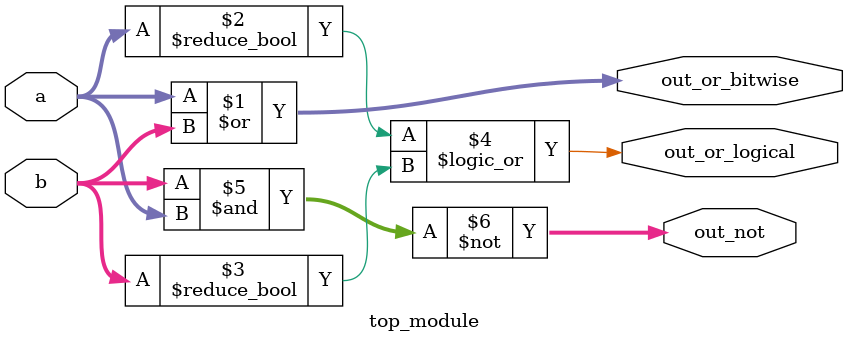
<source format=sv>
module top_module(
	input [2:0] a, 
	input [2:0] b, 
	output [2:0] out_or_bitwise,
	output out_or_logical,
	output [5:0] out_not
);
	assign out_or_bitwise = a | b;
	assign out_or_logical = (a != 0) || (b != 0);
	assign out_not = ~(b & a);
endmodule

</source>
